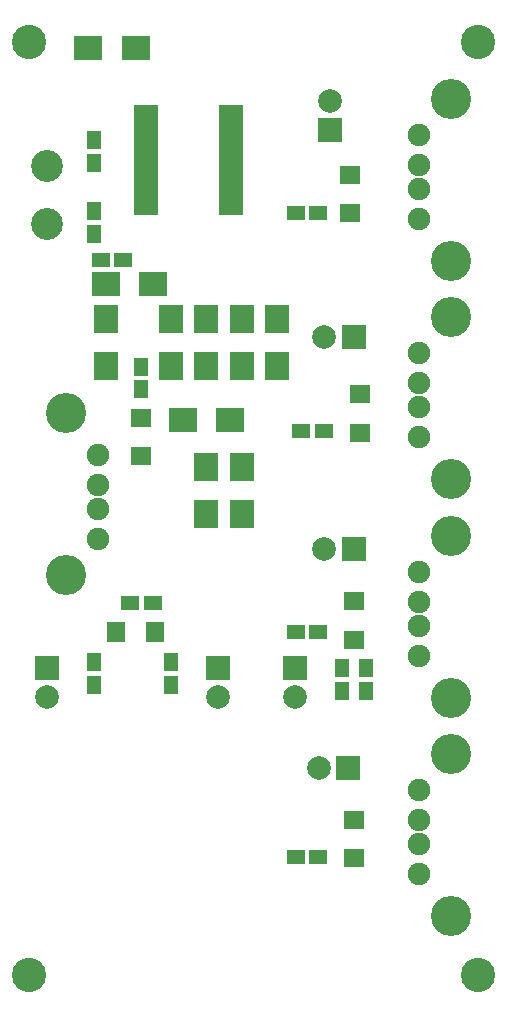
<source format=gbr>
G04 #@! TF.FileFunction,Soldermask,Top*
%FSLAX46Y46*%
G04 Gerber Fmt 4.6, Leading zero omitted, Abs format (unit mm)*
G04 Created by KiCad (PCBNEW 4.0.5) date 08/02/17 15:31:24*
%MOMM*%
%LPD*%
G01*
G04 APERTURE LIST*
%ADD10C,0.100000*%
%ADD11C,2.900000*%
%ADD12R,2.150000X0.850000*%
%ADD13R,1.600000X1.150000*%
%ADD14R,1.150000X1.600000*%
%ADD15R,2.400000X2.100000*%
%ADD16R,2.100000X2.400000*%
%ADD17R,1.799540X1.550620*%
%ADD18R,2.000000X2.000000*%
%ADD19C,2.000000*%
%ADD20R,1.550620X1.799540*%
%ADD21C,1.900000*%
%ADD22C,3.400000*%
%ADD23C,2.700000*%
G04 APERTURE END LIST*
D10*
D11*
X166000000Y-45500000D03*
X166000000Y-124500000D03*
X128000000Y-124500000D03*
D12*
X137900000Y-51275000D03*
X137900000Y-51925000D03*
X137900000Y-52575000D03*
X137900000Y-53225000D03*
X137900000Y-53875000D03*
X137900000Y-54525000D03*
X137900000Y-55175000D03*
X137900000Y-55825000D03*
X137900000Y-56475000D03*
X137900000Y-57125000D03*
X137900000Y-57775000D03*
X137900000Y-58425000D03*
X137900000Y-59075000D03*
X137900000Y-59725000D03*
X145100000Y-59725000D03*
X145100000Y-59075000D03*
X145100000Y-58425000D03*
X145100000Y-57775000D03*
X145100000Y-57125000D03*
X145100000Y-56475000D03*
X145100000Y-55825000D03*
X145100000Y-55175000D03*
X145100000Y-54525000D03*
X145100000Y-53875000D03*
X145100000Y-53225000D03*
X145100000Y-52575000D03*
X145100000Y-51925000D03*
X145100000Y-51275000D03*
D13*
X152950000Y-78500000D03*
X151050000Y-78500000D03*
D14*
X133500000Y-98050000D03*
X133500000Y-99950000D03*
X154500000Y-98550000D03*
X154500000Y-100450000D03*
X156500000Y-98550000D03*
X156500000Y-100450000D03*
D15*
X134500000Y-66000000D03*
X138500000Y-66000000D03*
D16*
X134500000Y-73000000D03*
X134500000Y-69000000D03*
X143000000Y-85500000D03*
X143000000Y-81500000D03*
X146000000Y-85500000D03*
X146000000Y-81500000D03*
D15*
X133000000Y-46000000D03*
X137000000Y-46000000D03*
D16*
X149000000Y-73000000D03*
X149000000Y-69000000D03*
X143000000Y-73000000D03*
X143000000Y-69000000D03*
X140000000Y-73000000D03*
X140000000Y-69000000D03*
X146000000Y-73000000D03*
X146000000Y-69000000D03*
D17*
X155500000Y-111374400D03*
X155500000Y-114625600D03*
D13*
X152450000Y-60000000D03*
X150550000Y-60000000D03*
X152450000Y-114500000D03*
X150550000Y-114500000D03*
D17*
X155500000Y-92874400D03*
X155500000Y-96125600D03*
X156000000Y-75374400D03*
X156000000Y-78625600D03*
D18*
X155500000Y-70500000D03*
D19*
X153000000Y-70500000D03*
D18*
X155500000Y-88500000D03*
D19*
X153000000Y-88500000D03*
D13*
X134050000Y-64000000D03*
X135950000Y-64000000D03*
D14*
X133500000Y-59850000D03*
X133500000Y-61750000D03*
X137500000Y-74950000D03*
X137500000Y-73050000D03*
D18*
X129500000Y-98500000D03*
D19*
X129500000Y-101000000D03*
D13*
X136550000Y-93000000D03*
X138450000Y-93000000D03*
D14*
X140000000Y-98050000D03*
X140000000Y-99950000D03*
D18*
X144000000Y-98500000D03*
D19*
X144000000Y-101000000D03*
D18*
X150500000Y-98500000D03*
D19*
X150500000Y-101000000D03*
D17*
X155200000Y-56774400D03*
X155200000Y-60025600D03*
D15*
X141000000Y-77500000D03*
X145000000Y-77500000D03*
D17*
X137500000Y-80625600D03*
X137500000Y-77374400D03*
D20*
X138625600Y-95500000D03*
X135374400Y-95500000D03*
D21*
X161000000Y-71890000D03*
X161000000Y-74430000D03*
X161000000Y-76460000D03*
X161000000Y-79000000D03*
D22*
X163670000Y-68840000D03*
X163670000Y-82560000D03*
D21*
X161000000Y-90390000D03*
X161000000Y-92930000D03*
X161000000Y-94960000D03*
X161000000Y-97500000D03*
D22*
X163670000Y-87340000D03*
X163670000Y-101060000D03*
D21*
X161000000Y-53390000D03*
X161000000Y-55930000D03*
X161000000Y-57960000D03*
X161000000Y-60500000D03*
D22*
X163670000Y-50340000D03*
X163670000Y-64060000D03*
D21*
X133800000Y-87610000D03*
X133800000Y-85070000D03*
X133800000Y-83040000D03*
X133800000Y-80500000D03*
D22*
X131130000Y-90660000D03*
X131130000Y-76940000D03*
D21*
X161000000Y-108890000D03*
X161000000Y-111430000D03*
X161000000Y-113460000D03*
X161000000Y-116000000D03*
D22*
X163670000Y-105840000D03*
X163670000Y-119560000D03*
D18*
X153500000Y-53000000D03*
D19*
X153500000Y-50500000D03*
D13*
X152450000Y-95500000D03*
X150550000Y-95500000D03*
D18*
X155000000Y-107000000D03*
D19*
X152500000Y-107000000D03*
D14*
X133500000Y-55750000D03*
X133500000Y-53850000D03*
D23*
X129500000Y-56000000D03*
X129500000Y-60900000D03*
D11*
X128000000Y-45500000D03*
M02*

</source>
